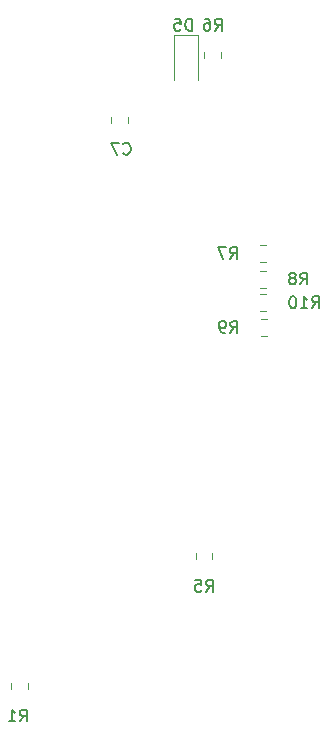
<source format=gbr>
G04 #@! TF.GenerationSoftware,KiCad,Pcbnew,(5.99.0-1662-g9db296991)*
G04 #@! TF.CreationDate,2020-05-23T19:33:28+05:30*
G04 #@! TF.ProjectId,Locker1,4c6f636b-6572-4312-9e6b-696361645f70,rev?*
G04 #@! TF.SameCoordinates,Original*
G04 #@! TF.FileFunction,Legend,Bot*
G04 #@! TF.FilePolarity,Positive*
%FSLAX46Y46*%
G04 Gerber Fmt 4.6, Leading zero omitted, Abs format (unit mm)*
G04 Created by KiCad (PCBNEW (5.99.0-1662-g9db296991)) date 2020-05-23 19:33:28*
%MOMM*%
%LPD*%
G01*
G04 APERTURE LIST*
%ADD10C,0.150000*%
%ADD11C,0.120000*%
G04 APERTURE END LIST*
D10*
X74416666Y-73952380D02*
X74750000Y-73476190D01*
X74988095Y-73952380D02*
X74988095Y-72952380D01*
X74607142Y-72952380D01*
X74511904Y-73000000D01*
X74464285Y-73047619D01*
X74416666Y-73142857D01*
X74416666Y-73285714D01*
X74464285Y-73380952D01*
X74511904Y-73428571D01*
X74607142Y-73476190D01*
X74988095Y-73476190D01*
X73464285Y-73952380D02*
X74035714Y-73952380D01*
X73750000Y-73952380D02*
X73750000Y-72952380D01*
X73845238Y-73095238D01*
X73940476Y-73190476D01*
X74035714Y-73238095D01*
X99142857Y-38952380D02*
X99476190Y-38476190D01*
X99714285Y-38952380D02*
X99714285Y-37952380D01*
X99333333Y-37952380D01*
X99238095Y-38000000D01*
X99190476Y-38047619D01*
X99142857Y-38142857D01*
X99142857Y-38285714D01*
X99190476Y-38380952D01*
X99238095Y-38428571D01*
X99333333Y-38476190D01*
X99714285Y-38476190D01*
X98190476Y-38952380D02*
X98761904Y-38952380D01*
X98476190Y-38952380D02*
X98476190Y-37952380D01*
X98571428Y-38095238D01*
X98666666Y-38190476D01*
X98761904Y-38238095D01*
X97571428Y-37952380D02*
X97476190Y-37952380D01*
X97380952Y-38000000D01*
X97333333Y-38047619D01*
X97285714Y-38142857D01*
X97238095Y-38333333D01*
X97238095Y-38571428D01*
X97285714Y-38761904D01*
X97333333Y-38857142D01*
X97380952Y-38904761D01*
X97476190Y-38952380D01*
X97571428Y-38952380D01*
X97666666Y-38904761D01*
X97714285Y-38857142D01*
X97761904Y-38761904D01*
X97809523Y-38571428D01*
X97809523Y-38333333D01*
X97761904Y-38142857D01*
X97714285Y-38047619D01*
X97666666Y-38000000D01*
X97571428Y-37952380D01*
X92241666Y-41052380D02*
X92575000Y-40576190D01*
X92813095Y-41052380D02*
X92813095Y-40052380D01*
X92432142Y-40052380D01*
X92336904Y-40100000D01*
X92289285Y-40147619D01*
X92241666Y-40242857D01*
X92241666Y-40385714D01*
X92289285Y-40480952D01*
X92336904Y-40528571D01*
X92432142Y-40576190D01*
X92813095Y-40576190D01*
X91765476Y-41052380D02*
X91575000Y-41052380D01*
X91479761Y-41004761D01*
X91432142Y-40957142D01*
X91336904Y-40814285D01*
X91289285Y-40623809D01*
X91289285Y-40242857D01*
X91336904Y-40147619D01*
X91384523Y-40100000D01*
X91479761Y-40052380D01*
X91670238Y-40052380D01*
X91765476Y-40100000D01*
X91813095Y-40147619D01*
X91860714Y-40242857D01*
X91860714Y-40480952D01*
X91813095Y-40576190D01*
X91765476Y-40623809D01*
X91670238Y-40671428D01*
X91479761Y-40671428D01*
X91384523Y-40623809D01*
X91336904Y-40576190D01*
X91289285Y-40480952D01*
X98166666Y-36952380D02*
X98500000Y-36476190D01*
X98738095Y-36952380D02*
X98738095Y-35952380D01*
X98357142Y-35952380D01*
X98261904Y-36000000D01*
X98214285Y-36047619D01*
X98166666Y-36142857D01*
X98166666Y-36285714D01*
X98214285Y-36380952D01*
X98261904Y-36428571D01*
X98357142Y-36476190D01*
X98738095Y-36476190D01*
X97595238Y-36380952D02*
X97690476Y-36333333D01*
X97738095Y-36285714D01*
X97785714Y-36190476D01*
X97785714Y-36142857D01*
X97738095Y-36047619D01*
X97690476Y-36000000D01*
X97595238Y-35952380D01*
X97404761Y-35952380D01*
X97309523Y-36000000D01*
X97261904Y-36047619D01*
X97214285Y-36142857D01*
X97214285Y-36190476D01*
X97261904Y-36285714D01*
X97309523Y-36333333D01*
X97404761Y-36380952D01*
X97595238Y-36380952D01*
X97690476Y-36428571D01*
X97738095Y-36476190D01*
X97785714Y-36571428D01*
X97785714Y-36761904D01*
X97738095Y-36857142D01*
X97690476Y-36904761D01*
X97595238Y-36952380D01*
X97404761Y-36952380D01*
X97309523Y-36904761D01*
X97261904Y-36857142D01*
X97214285Y-36761904D01*
X97214285Y-36571428D01*
X97261904Y-36476190D01*
X97309523Y-36428571D01*
X97404761Y-36380952D01*
X92191666Y-34802380D02*
X92525000Y-34326190D01*
X92763095Y-34802380D02*
X92763095Y-33802380D01*
X92382142Y-33802380D01*
X92286904Y-33850000D01*
X92239285Y-33897619D01*
X92191666Y-33992857D01*
X92191666Y-34135714D01*
X92239285Y-34230952D01*
X92286904Y-34278571D01*
X92382142Y-34326190D01*
X92763095Y-34326190D01*
X91858333Y-33802380D02*
X91191666Y-33802380D01*
X91620238Y-34802380D01*
X90916666Y-15452380D02*
X91250000Y-14976190D01*
X91488095Y-15452380D02*
X91488095Y-14452380D01*
X91107142Y-14452380D01*
X91011904Y-14500000D01*
X90964285Y-14547619D01*
X90916666Y-14642857D01*
X90916666Y-14785714D01*
X90964285Y-14880952D01*
X91011904Y-14928571D01*
X91107142Y-14976190D01*
X91488095Y-14976190D01*
X90059523Y-14452380D02*
X90250000Y-14452380D01*
X90345238Y-14500000D01*
X90392857Y-14547619D01*
X90488095Y-14690476D01*
X90535714Y-14880952D01*
X90535714Y-15261904D01*
X90488095Y-15357142D01*
X90440476Y-15404761D01*
X90345238Y-15452380D01*
X90154761Y-15452380D01*
X90059523Y-15404761D01*
X90011904Y-15357142D01*
X89964285Y-15261904D01*
X89964285Y-15023809D01*
X90011904Y-14928571D01*
X90059523Y-14880952D01*
X90154761Y-14833333D01*
X90345238Y-14833333D01*
X90440476Y-14880952D01*
X90488095Y-14928571D01*
X90535714Y-15023809D01*
X88988095Y-15452380D02*
X88988095Y-14452380D01*
X88750000Y-14452380D01*
X88607142Y-14500000D01*
X88511904Y-14595238D01*
X88464285Y-14690476D01*
X88416666Y-14880952D01*
X88416666Y-15023809D01*
X88464285Y-15214285D01*
X88511904Y-15309523D01*
X88607142Y-15404761D01*
X88750000Y-15452380D01*
X88988095Y-15452380D01*
X87511904Y-14452380D02*
X87988095Y-14452380D01*
X88035714Y-14928571D01*
X87988095Y-14880952D01*
X87892857Y-14833333D01*
X87654761Y-14833333D01*
X87559523Y-14880952D01*
X87511904Y-14928571D01*
X87464285Y-15023809D01*
X87464285Y-15261904D01*
X87511904Y-15357142D01*
X87559523Y-15404761D01*
X87654761Y-15452380D01*
X87892857Y-15452380D01*
X87988095Y-15404761D01*
X88035714Y-15357142D01*
X90166666Y-62952380D02*
X90500000Y-62476190D01*
X90738095Y-62952380D02*
X90738095Y-61952380D01*
X90357142Y-61952380D01*
X90261904Y-62000000D01*
X90214285Y-62047619D01*
X90166666Y-62142857D01*
X90166666Y-62285714D01*
X90214285Y-62380952D01*
X90261904Y-62428571D01*
X90357142Y-62476190D01*
X90738095Y-62476190D01*
X89261904Y-61952380D02*
X89738095Y-61952380D01*
X89785714Y-62428571D01*
X89738095Y-62380952D01*
X89642857Y-62333333D01*
X89404761Y-62333333D01*
X89309523Y-62380952D01*
X89261904Y-62428571D01*
X89214285Y-62523809D01*
X89214285Y-62761904D01*
X89261904Y-62857142D01*
X89309523Y-62904761D01*
X89404761Y-62952380D01*
X89642857Y-62952380D01*
X89738095Y-62904761D01*
X89785714Y-62857142D01*
X83166666Y-25857142D02*
X83214285Y-25904761D01*
X83357142Y-25952380D01*
X83452380Y-25952380D01*
X83595238Y-25904761D01*
X83690476Y-25809523D01*
X83738095Y-25714285D01*
X83785714Y-25523809D01*
X83785714Y-25380952D01*
X83738095Y-25190476D01*
X83690476Y-25095238D01*
X83595238Y-25000000D01*
X83452380Y-24952380D01*
X83357142Y-24952380D01*
X83214285Y-25000000D01*
X83166666Y-25047619D01*
X82833333Y-24952380D02*
X82166666Y-24952380D01*
X82595238Y-25952380D01*
D11*
X75110000Y-70713748D02*
X75110000Y-71236252D01*
X73690000Y-70713748D02*
X73690000Y-71236252D01*
X95286252Y-39210000D02*
X94763748Y-39210000D01*
X95286252Y-37790000D02*
X94763748Y-37790000D01*
X94788748Y-39890000D02*
X95311252Y-39890000D01*
X94788748Y-41310000D02*
X95311252Y-41310000D01*
X95286252Y-37210000D02*
X94763748Y-37210000D01*
X95286252Y-35790000D02*
X94763748Y-35790000D01*
X94738748Y-33640000D02*
X95261252Y-33640000D01*
X94738748Y-35060000D02*
X95261252Y-35060000D01*
X91460000Y-17263748D02*
X91460000Y-17786252D01*
X90040000Y-17263748D02*
X90040000Y-17786252D01*
X87500000Y-15800000D02*
X87500000Y-19650000D01*
X89500000Y-15800000D02*
X89500000Y-19650000D01*
X87500000Y-15800000D02*
X89500000Y-15800000D01*
X89290000Y-60236252D02*
X89290000Y-59713748D01*
X90710000Y-60236252D02*
X90710000Y-59713748D01*
X82140000Y-23286252D02*
X82140000Y-22763748D01*
X83560000Y-23286252D02*
X83560000Y-22763748D01*
M02*

</source>
